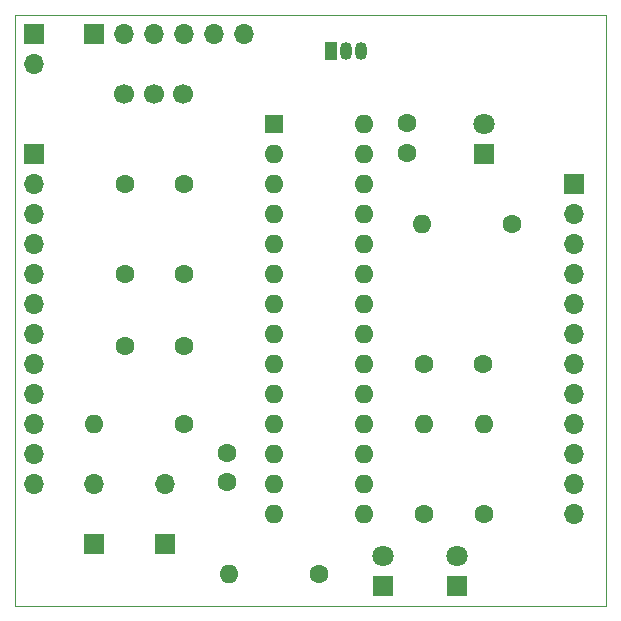
<source format=gbr>
%TF.GenerationSoftware,KiCad,Pcbnew,7.0.1-0*%
%TF.CreationDate,2023-04-14T11:03:42-05:00*%
%TF.ProjectId,HW4,4857342e-6b69-4636-9164-5f7063625858,rev?*%
%TF.SameCoordinates,Original*%
%TF.FileFunction,Soldermask,Bot*%
%TF.FilePolarity,Negative*%
%FSLAX46Y46*%
G04 Gerber Fmt 4.6, Leading zero omitted, Abs format (unit mm)*
G04 Created by KiCad (PCBNEW 7.0.1-0) date 2023-04-14 11:03:42*
%MOMM*%
%LPD*%
G01*
G04 APERTURE LIST*
%ADD10C,1.700000*%
%ADD11R,1.700000X1.700000*%
%ADD12O,1.700000X1.700000*%
%ADD13C,1.600000*%
%ADD14R,1.050000X1.500000*%
%ADD15O,1.050000X1.500000*%
%ADD16R,1.800000X1.800000*%
%ADD17C,1.800000*%
%ADD18O,1.600000X1.600000*%
%ADD19R,1.600000X1.600000*%
%TA.AperFunction,Profile*%
%ADD20C,0.100000*%
%TD*%
G04 APERTURE END LIST*
D10*
%TO.C,S1*%
X114220000Y-106680000D03*
X111720000Y-106680000D03*
X109220000Y-106680000D03*
%TD*%
D11*
%TO.C,SW2*%
X106680000Y-144780000D03*
D12*
X106680000Y-139700000D03*
%TD*%
D13*
%TO.C,C5*%
X133114339Y-109169811D03*
X133114339Y-111669811D03*
%TD*%
D11*
%TO.C,J4*%
X147320000Y-114300000D03*
D12*
X147320000Y-116840000D03*
X147320000Y-119380000D03*
X147320000Y-121920000D03*
X147320000Y-124460000D03*
X147320000Y-127000000D03*
X147320000Y-129540000D03*
X147320000Y-132080000D03*
X147320000Y-134620000D03*
X147320000Y-137160000D03*
X147320000Y-139700000D03*
X147320000Y-142240000D03*
%TD*%
D11*
%TO.C,J3*%
X106680000Y-101600000D03*
D12*
X109220000Y-101600000D03*
X111760000Y-101600000D03*
X114300000Y-101600000D03*
X116840000Y-101600000D03*
X119380000Y-101600000D03*
%TD*%
D14*
%TO.C,U2*%
X126680638Y-103021303D03*
D15*
X127950638Y-103021303D03*
X129220638Y-103021303D03*
%TD*%
D13*
%TO.C,C3*%
X109300000Y-121920000D03*
X114300000Y-121920000D03*
%TD*%
%TO.C,C2*%
X109300000Y-114300000D03*
X114300000Y-114300000D03*
%TD*%
D16*
%TO.C,D1*%
X131136782Y-148360796D03*
D17*
X131136782Y-145820796D03*
%TD*%
D13*
%TO.C,R1*%
X125730000Y-147320000D03*
D18*
X118110000Y-147320000D03*
%TD*%
D16*
%TO.C,D2*%
X137411481Y-148359146D03*
D17*
X137411481Y-145819146D03*
%TD*%
D11*
%TO.C,J1*%
X101600000Y-111760000D03*
D12*
X101600000Y-114300000D03*
X101600000Y-116840000D03*
X101600000Y-119380000D03*
X101600000Y-121920000D03*
X101600000Y-124460000D03*
X101600000Y-127000000D03*
X101600000Y-129540000D03*
X101600000Y-132080000D03*
X101600000Y-134620000D03*
X101600000Y-137160000D03*
X101600000Y-139700000D03*
%TD*%
D13*
%TO.C,C6*%
X109254945Y-128047700D03*
X114254945Y-128047700D03*
%TD*%
%TO.C,C4*%
X117913237Y-139548265D03*
X117913237Y-137048265D03*
%TD*%
%TO.C,R5*%
X142023075Y-117656105D03*
D18*
X134403075Y-117656105D03*
%TD*%
D13*
%TO.C,R2*%
X114300000Y-134620000D03*
D18*
X106680000Y-134620000D03*
%TD*%
D13*
%TO.C,R3*%
X139700000Y-142240000D03*
D18*
X139700000Y-134620000D03*
%TD*%
D19*
%TO.C,U1*%
X121920000Y-109220000D03*
D18*
X121920000Y-111760000D03*
X121920000Y-114300000D03*
X121920000Y-116840000D03*
X121920000Y-119380000D03*
X121920000Y-121920000D03*
X121920000Y-124460000D03*
X121920000Y-127000000D03*
X121920000Y-129540000D03*
X121920000Y-132080000D03*
X121920000Y-134620000D03*
X121920000Y-137160000D03*
X121920000Y-139700000D03*
X121920000Y-142240000D03*
X129540000Y-142240000D03*
X129540000Y-139700000D03*
X129540000Y-137160000D03*
X129540000Y-134620000D03*
X129540000Y-132080000D03*
X129540000Y-129540000D03*
X129540000Y-127000000D03*
X129540000Y-124460000D03*
X129540000Y-121920000D03*
X129540000Y-119380000D03*
X129540000Y-116840000D03*
X129540000Y-114300000D03*
X129540000Y-111760000D03*
X129540000Y-109220000D03*
%TD*%
D16*
%TO.C,D3*%
X139714851Y-111743498D03*
D17*
X139714851Y-109203498D03*
%TD*%
D11*
%TO.C,J2*%
X101600000Y-101600000D03*
D12*
X101600000Y-104140000D03*
%TD*%
D13*
%TO.C,C1*%
X139620000Y-129540000D03*
X134620000Y-129540000D03*
%TD*%
%TO.C,R4*%
X134620000Y-142240000D03*
D18*
X134620000Y-134620000D03*
%TD*%
D11*
%TO.C,SW1*%
X112697492Y-144780000D03*
D12*
X112697492Y-139700000D03*
%TD*%
D20*
X100000000Y-100000000D02*
X150000000Y-100000000D01*
X150000000Y-150000000D01*
X100000000Y-150000000D01*
X100000000Y-100000000D01*
M02*

</source>
